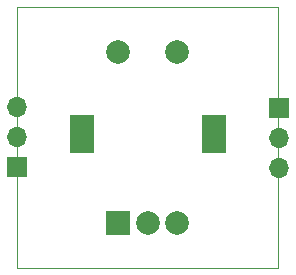
<source format=gbr>
G04 #@! TF.GenerationSoftware,KiCad,Pcbnew,(5.99.0-11522-g728b160719)*
G04 #@! TF.CreationDate,2021-07-25T18:34:51+10:00*
G04 #@! TF.ProjectId,Rotary Encoder,526f7461-7279-4204-956e-636f6465722e,rev?*
G04 #@! TF.SameCoordinates,Original*
G04 #@! TF.FileFunction,Soldermask,Bot*
G04 #@! TF.FilePolarity,Negative*
%FSLAX46Y46*%
G04 Gerber Fmt 4.6, Leading zero omitted, Abs format (unit mm)*
G04 Created by KiCad (PCBNEW (5.99.0-11522-g728b160719)) date 2021-07-25 18:34:51*
%MOMM*%
%LPD*%
G01*
G04 APERTURE LIST*
G04 #@! TA.AperFunction,Profile*
%ADD10C,0.100000*%
G04 #@! TD*
%ADD11R,2.000000X2.000000*%
%ADD12C,2.000000*%
%ADD13R,2.000000X3.200000*%
%ADD14R,1.700000X1.700000*%
%ADD15O,1.700000X1.700000*%
G04 APERTURE END LIST*
D10*
X155702000Y-112522000D02*
X133604000Y-112522000D01*
X133604000Y-112522000D02*
X133604000Y-90424000D01*
X133604000Y-90424000D02*
X155702000Y-90424000D01*
X155702000Y-90424000D02*
X155702000Y-112522000D01*
D11*
G04 #@! TO.C,SW1*
X142153000Y-108723000D03*
D12*
X147153000Y-108723000D03*
X144653000Y-108723000D03*
D13*
X139053000Y-101223000D03*
X150253000Y-101223000D03*
D12*
X147153000Y-94223000D03*
X142153000Y-94223000D03*
G04 #@! TD*
D14*
G04 #@! TO.C,J1*
X133579000Y-103998000D03*
D15*
X133579000Y-101458000D03*
X133579000Y-98918000D03*
G04 #@! TD*
D14*
G04 #@! TO.C,J2*
X155727000Y-98948000D03*
D15*
X155727000Y-101488000D03*
X155727000Y-104028000D03*
G04 #@! TD*
M02*

</source>
